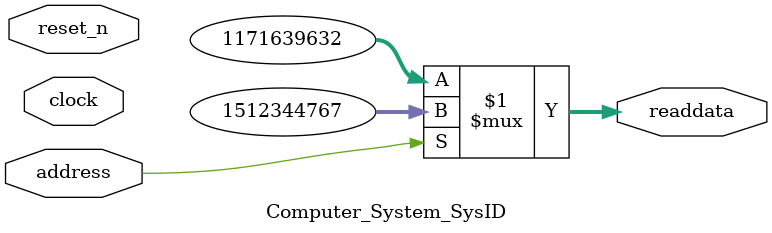
<source format=v>



// synthesis translate_off
`timescale 1ns / 1ps
// synthesis translate_on

// turn off superfluous verilog processor warnings 
// altera message_level Level1 
// altera message_off 10034 10035 10036 10037 10230 10240 10030 

module Computer_System_SysID (
               // inputs:
                address,
                clock,
                reset_n,

               // outputs:
                readdata
             )
;

  output  [ 31: 0] readdata;
  input            address;
  input            clock;
  input            reset_n;

  wire    [ 31: 0] readdata;
  //control_slave, which is an e_avalon_slave
  assign readdata = address ? 1512344767 : 1171639632;

endmodule



</source>
